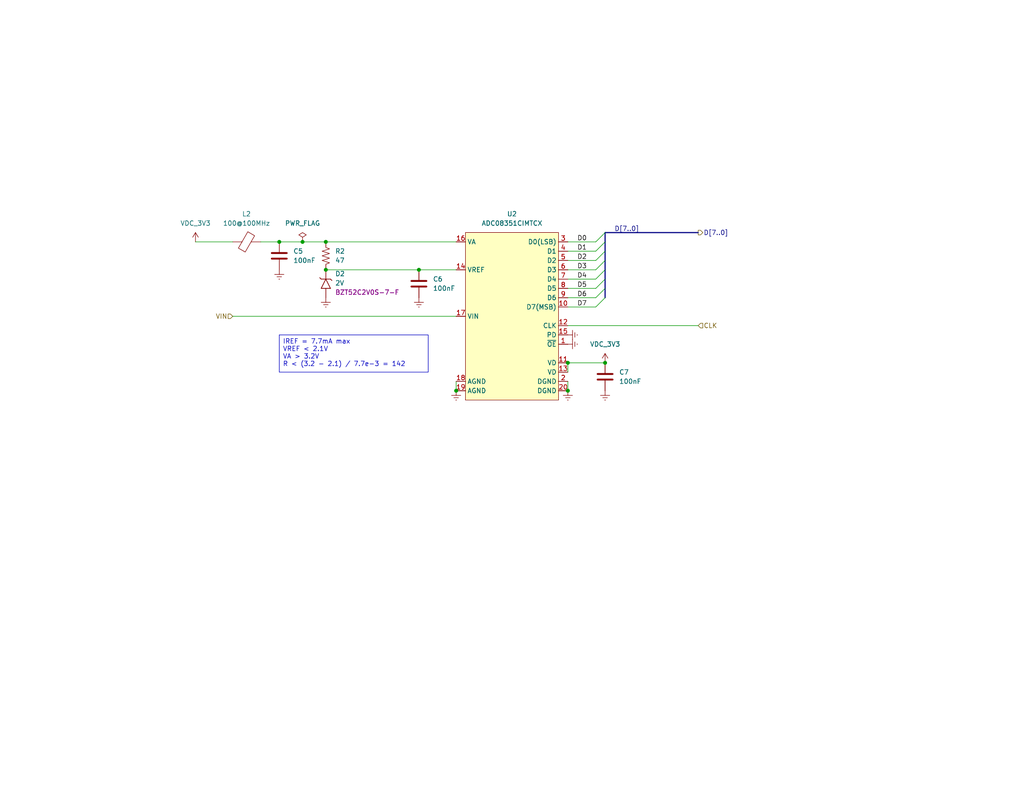
<source format=kicad_sch>
(kicad_sch (version 20231120) (generator "eeschema") (generator_version "8.0")
  (paper "A")
  (title_block (title "${PROJECT_NAME}") (date "2025-04-13") (rev "${PCB_REVISION}") (company "BRENDANHAINES.COM"))
  (lib_symbols
    (symbol "bh:ADC08351CIMTCX" (exclude_from_sim yes)
      (property "Reference" "U" (at 0 0 0))
      (property "Value" "ADC08351CIMTCX" (at 0 0 0))
      (symbol "ADC08351CIMTCX_1_1"
        (rectangle (start 0 0) (end 25.4 -45.72) (fill (type background)))
        (pin input line (at 27.94 -30.48 180) (length 2.54) (name "~{OE}") (number "1"))
        (pin output line (at 27.94 -20.32 180) (length 2.54) (name "D7(MSB)") (number "10"))
        (pin power_in line (at 27.94 -35.56 180) (length 2.54) (name "VD") (number "11"))
        (pin input line (at 27.94 -25.4 180) (length 2.54) (name "CLK") (number "12"))
        (pin power_in line (at 27.94 -38.1 180) (length 2.54) (name "VD") (number "13"))
        (pin input line (at -2.54 -10.16 0) (length 2.54) (name "VREF") (number "14"))
        (pin input line (at 27.94 -27.94 180) (length 2.54) (name "PD") (number "15"))
        (pin power_in line (at -2.54 -2.54 0) (length 2.54) (name "VA") (number "16"))
        (pin input line (at -2.54 -22.86 0) (length 2.54) (name "VIN") (number "17"))
        (pin power_in line (at -2.54 -40.64 0) (length 2.54) (name "AGND") (number "18"))
        (pin power_in line (at -2.54 -43.18 0) (length 2.54) (name "AGND") (number "19"))
        (pin power_in line (at 27.94 -40.64 180) (length 2.54) (name "DGND") (number "2"))
        (pin power_in line (at 27.94 -43.18 180) (length 2.54) (name "DGND") (number "20"))
        (pin output line (at 27.94 -2.54 180) (length 2.54) (name "D0(LSB)") (number "3"))
        (pin output line (at 27.94 -5.08 180) (length 2.54) (name "D1") (number "4"))
        (pin output line (at 27.94 -7.62 180) (length 2.54) (name "D2") (number "5"))
        (pin output line (at 27.94 -10.16 180) (length 2.54) (name "D3") (number "6"))
        (pin output line (at 27.94 -12.7 180) (length 2.54) (name "D4") (number "7"))
        (pin output line (at 27.94 -15.24 180) (length 2.54) (name "D5") (number "8"))
        (pin output line (at 27.94 -17.78 180) (length 2.54) (name "D6") (number "9"))
      )
    )
    (symbol "bh:C" (pin_numbers hide) (pin_names (offset 0.254))
      (property "Reference" "C" (at 0.635 2.54 0))
      (property "Value" "C" (at 0.635 -2.54 0))
      (symbol "C_0_1"
        (polyline (pts (xy -2.032 -0.762) (xy 2.032 -0.762)) (stroke (width 0.508)))
        (polyline (pts (xy -2.032 0.762) (xy 2.032 0.762)) (stroke (width 0.508)))
      )
      (symbol "C_1_1"
        (pin passive line (at 0 3.81 270) (length 2.794) (name "~") (number "1"))
        (pin passive line (at 0 -3.81 90) (length 2.794) (name "~") (number "2"))
      )
    )
    (symbol "bh:D_ZENER" (pin_numbers hide) (pin_names (offset 1.016) hide)
      (property "Reference" "D" (at 0 2.54 0))
      (symbol "D_ZENER_0_1"
        (polyline (pts (xy -1.27 -1.27) (xy -1.651 -1.651)) (stroke (width 0.2032)))
        (polyline (pts (xy -1.27 1.27) (xy -1.27 -1.27)) (stroke (width 0.2032)))
        (polyline (pts (xy -1.27 1.27) (xy -0.889 1.651)) (stroke (width 0.2032)))
        (polyline (pts (xy 1.27 1.27) (xy 1.27 -1.27) (xy -1.27 0) (xy 1.27 1.27)) (stroke (width 0.2032)))
      )
      (symbol "D_ZENER_1_1"
        (pin passive line (at 3.81 0 180) (length 2.54) (name "A") (number "A"))
        (pin passive line (at -3.81 0 0) (length 2.54) (name "K") (number "K"))
      )
    )
    (symbol "bh:Ferrite_Bead" (pin_numbers hide) (pin_names (offset 0))
      (property "Reference" "L" (at -3.81 0.635 90))
      (property "Value" "Ferrite_Bead" (at 3.81 0 90))
      (symbol "Ferrite_Bead_0_1"
        (polyline (pts (xy 0 -1.27) (xy 0 -1.2192)))
        (polyline (pts (xy 0 1.27) (xy 0 1.2954)))
        (polyline (pts (xy -2.7686 0.4064) (xy -1.7018 2.2606) (xy 2.7686 -0.3048) (xy 1.6764 -2.159) (xy -2.7686 0.4064)))
      )
      (symbol "Ferrite_Bead_1_1"
        (pin passive line (at 0 3.81 270) (length 2.54) (name "~") (number "1"))
        (pin passive line (at 0 -3.81 90) (length 2.54) (name "~") (number "2"))
      )
    )
    (symbol "bh:GND" (power) (pin_names (offset 0))
      (symbol "GND_0_1"
        (polyline (pts (xy -0.635 -1.905) (xy 0.635 -1.905)))
        (polyline (pts (xy -0.127 -2.54) (xy 0.127 -2.54)))
        (polyline (pts (xy 0 -1.27) (xy 0 0)))
        (polyline (pts (xy 1.27 -1.27) (xy -1.27 -1.27)))
      )
      (symbol "GND_1_1"
        (pin power_in line (at 0 0 90) (length 0) hide (name "GND") (number "1"))
      )
    )
    (symbol "bh:PWR_FLAG" (power) (pin_numbers hide) (pin_names (offset 0) hide)
      (property "Value" "PWR_FLAG" (at 0 3.81 0))
      (symbol "PWR_FLAG_0_0"
        (pin power_out line (at 0 0 90) (length 0) (name "pwr") (number "1"))
      )
      (symbol "PWR_FLAG_0_1"
        (polyline (pts (xy 0 0) (xy 0 1.27) (xy -1.016 1.905) (xy 0 2.54) (xy 1.016 1.905) (xy 0 1.27)))
      )
    )
    (symbol "bh:R" (pin_numbers hide) (pin_names (offset 0))
      (property "Reference" "R" (at 2.032 0 90))
      (property "Value" "R" (at -1.905 0 90))
      (symbol "R_0_1"
        (polyline (pts (xy 0 -2.54) (xy 0 -2.286) (xy 1.016 -1.905) (xy -1.016 -1.27) (xy 1.016 -0.635) (xy -1.016 0) (xy 1.016 0.635) (xy -1.016 1.27) (xy 1.016 1.905) (xy 0 2.286) (xy 0 2.54)))
      )
      (symbol "R_1_1"
        (pin passive line (at 0 3.81 270) (length 1.27) (name "~") (number "1"))
        (pin passive line (at 0 -3.81 90) (length 1.27) (name "~") (number "2"))
      )
    )
    (symbol "bh:VDC_3V3" (power) (pin_names (offset 0))
      (property "Value" "VDC_3V3" (at 0 3.556 0))
      (symbol "VDC_3V3_0_1"
        (polyline (pts (xy -0.762 1.27) (xy 0 2.54)))
        (polyline (pts (xy 0 0) (xy 0 2.54)))
        (polyline (pts (xy 0 2.54) (xy 0.762 1.27)))
      )
      (symbol "VDC_3V3_1_1"
        (pin power_in line (at 0 0 90) (length 0) hide (name "VDC_3V3") (number "1"))
      )
    )
  )
  (junction (at 88.9 73.66))
  (junction (at 88.9 66.04))
  (junction (at 82.55 66.04))
  (junction (at 154.94 106.68))
  (junction (at 165.1 99.06))
  (junction (at 124.46 106.68))
  (junction (at 114.3 73.66))
  (junction (at 76.2 66.04))
  (junction (at 154.94 99.06))
  (bus_entry (at 162.56 76.2) (size 2.54 -2.54))
  (bus_entry (at 162.56 78.74) (size 2.54 -2.54))
  (bus_entry (at 162.56 81.28) (size 2.54 -2.54))
  (bus_entry (at 162.56 71.12) (size 2.54 -2.54))
  (bus_entry (at 162.56 83.82) (size 2.54 -2.54))
  (bus_entry (at 162.56 68.58) (size 2.54 -2.54))
  (bus_entry (at 162.56 73.66) (size 2.54 -2.54))
  (bus_entry (at 162.56 66.04) (size 2.54 -2.54))
  (wire (pts (xy 154.94 66.04) (xy 162.56 66.04)))
  (wire (pts (xy 88.9 66.04) (xy 124.46 66.04)))
  (wire (pts (xy 88.9 73.66) (xy 114.3 73.66)))
  (wire (pts (xy 154.94 68.58) (xy 162.56 68.58)))
  (wire (pts (xy 71.12 66.04) (xy 76.2 66.04)))
  (wire (pts (xy 63.5 86.36) (xy 124.46 86.36)))
  (wire (pts (xy 154.94 78.74) (xy 162.56 78.74)))
  (wire (pts (xy 53.34 66.04) (xy 63.5 66.04)))
  (wire (pts (xy 154.94 83.82) (xy 162.56 83.82)))
  (bus (pts (xy 165.1 73.66) (xy 165.1 71.12)))
  (wire (pts (xy 82.55 66.04) (xy 88.9 66.04)))
  (bus (pts (xy 165.1 76.2) (xy 165.1 73.66)))
  (wire (pts (xy 154.94 104.14) (xy 154.94 106.68)))
  (bus (pts (xy 165.1 63.5) (xy 190.5 63.5)))
  (wire (pts (xy 76.2 66.04) (xy 82.55 66.04)))
  (wire (pts (xy 154.94 99.06) (xy 165.1 99.06)))
  (wire (pts (xy 154.94 76.2) (xy 162.56 76.2)))
  (bus (pts (xy 165.1 68.58) (xy 165.1 66.04)))
  (wire (pts (xy 154.94 88.9) (xy 190.5 88.9)))
  (wire (pts (xy 154.94 73.66) (xy 162.56 73.66)))
  (wire (pts (xy 124.46 104.14) (xy 124.46 106.68)))
  (bus (pts (xy 165.1 81.28) (xy 165.1 78.74)))
  (wire (pts (xy 154.94 71.12) (xy 162.56 71.12)))
  (bus (pts (xy 165.1 71.12) (xy 165.1 68.58)))
  (bus (pts (xy 165.1 66.04) (xy 165.1 63.5)))
  (bus (pts (xy 165.1 78.74) (xy 165.1 76.2)))
  (wire (pts (xy 114.3 73.66) (xy 124.46 73.66)))
  (wire (pts (xy 154.94 81.28) (xy 162.56 81.28)))
  (wire (pts (xy 154.94 99.06) (xy 154.94 101.6)))
  (text_box "IREF = 7.7mA max\nVREF < 2.1V\nVA > 3.2V\nR < (3.2 - 2.1) / 7.7e-3 = 142" (at 76.2 91.44 0) (size 40.64 10.16) (effects (font (size 1.27 1.27)) (justify left top)))
  (label "D7" (at 157.48 83.82 0))
  (label "D0" (at 157.48 66.04 0))
  (label "D2" (at 157.48 71.12 0))
  (label "D1" (at 157.48 68.58 0))
  (label "D4" (at 157.48 76.2 0))
  (label "D[7..0]" (at 167.64 63.5 0))
  (label "D5" (at 157.48 78.74 0))
  (label "D3" (at 157.48 73.66 0))
  (label "D6" (at 157.48 81.28 0))
  (hierarchical_label "VIN" (shape input) (at 63.5 86.36 180))
  (hierarchical_label "D[7..0]" (shape output) (at 190.5 63.5 0))
  (hierarchical_label "CLK" (shape input) (at 190.5 88.9 0))
  (symbol (lib_id "bh:GND") (at 165.1 106.68 0) (unit 1)
    (property "Reference" "#PWR028" (effects (hide yes)))
    (property "Value" "GND" (effects (hide yes)))
    (property "Description" "Power Symbol" (effects (hide yes)))
    (instances (project "pluto_shield" (path "" (reference "#PWR028") (unit 1)) (path "" (reference "#PWR011") (unit 1))))
  )
  (symbol (lib_id "bh:ADC08351CIMTCX") (at 127 63.5 0) (unit 1) (exclude_from_sim yes)
    (property "Reference" "U2" (at 139.7 58.42 0))
    (property "Value" "ADC08351CIMTCX" (at 139.7 60.96 0))
    (property "Footprint" "common:SOP20_TI_PW0020A" (effects (hide yes)))
    (property "Datasheet" "https://www.ti.com/lit/ds/symlink/adc08351.pdf" (effects (hide yes)))
    (property "Description" "ADC, 8bit, parallel, 20TSSOP" (effects (hide yes)))
    (property "Manufacturer" "Texas Instruments" (effects (hide yes)))
    (property "ManufacturerPartNumber" "ADC08351CIMTCX/NOPB" (effects (hide yes)))
    (instances (project "pluto_shield" (path "" (reference "U2") (unit 1)) (path "" (reference "U1") (unit 1))))
  )
  (symbol (lib_id "bh:VDC_3V3") (at 53.34 66.04 0) (unit 1)
    (property "Reference" "#PWR020" (effects (hide yes)))
    (property "Value" "VDC_3V3" (at 53.34 60.96 0))
    (property "Description" "Power Symbol" (effects (hide yes)))
    (instances (project "pluto_shield" (path "" (reference "#PWR020") (unit 1)) (path "" (reference "#PWR019") (unit 1))))
  )
  (symbol (lib_id "bh:GND") (at 154.94 93.98 90) (unit 1)
    (property "Reference" "#PWR026" (effects (hide yes)))
    (property "Value" "GND" (effects (hide yes)))
    (property "Description" "Power Symbol" (effects (hide yes)))
    (instances (project "pluto_shield" (path "" (reference "#PWR026") (unit 1)) (path "" (reference "#PWR014") (unit 1))))
  )
  (symbol (lib_id "bh:VDC_3V3") (at 165.1 99.06 0) (unit 1)
    (property "Reference" "#PWR029" (effects (hide yes)))
    (property "Value" "VDC_3V3" (at 165.1 93.98 0))
    (property "Description" "Power Symbol" (effects (hide yes)))
    (instances (project "pluto_shield" (path "" (reference "#PWR029") (unit 1)) (path "" (reference "#PWR013") (unit 1))))
  )
  (symbol (lib_id "bh:Ferrite_Bead") (at 67.31 66.04 90) (unit 1)
    (property "Reference" "L2" (at 67.2592 58.42 90))
    (property "Value" "100@100MHz" (at 67.2592 60.96 90))
    (property "Footprint" "common:R0402" (effects (hide yes)))
    (property "Description" "Ferrite" (effects (hide yes)))
    (property "Manufacturer" "TE Connectivity" (effects (hide yes)))
    (property "ManufacturerPartNumber" "BMC-Q1EY0100M" (effects (hide yes)))
    (instances (project "pluto_shield" (path "" (reference "L2") (unit 1)) (path "" (reference "L1") (unit 1))))
  )
  (symbol (lib_id "bh:GND") (at 114.3 81.28 0) (unit 1)
    (property "Reference" "#PWR023" (effects (hide yes)))
    (property "Value" "GND" (effects (hide yes)))
    (property "Description" "Power Symbol" (effects (hide yes)))
    (instances (project "pluto_shield" (path "" (reference "#PWR023") (unit 1)) (path "" (reference "#PWR018") (unit 1))))
  )
  (symbol (lib_id "bh:R") (at 88.9 69.85 0) (unit 1)
    (property "Reference" "R2" (at 91.44 68.5799 0) (effects (justify left)))
    (property "Value" "47" (at 91.44 71.1199 0) (effects (justify left)))
    (property "Footprint" "common:R0402" (effects (hide yes)))
    (property "Description" "Resistor" (effects (hide yes)))
    (property "Manufacturer" "Vishay Dale" (effects (hide yes)))
    (property "ManufacturerPartNumber" "CRCW040247R0FKED" (effects (hide yes)))
    (property "FieldName" "Value" (effects (hide yes)))
    (property "Sim.Device" "R" (effects (hide yes)))
    (property "Sim.Pins" "1=+ 2=-" (effects (hide yes)))
    (instances (project "pluto_shield" (path "" (reference "R2") (unit 1)) (path "" (reference "R1") (unit 1))))
  )
  (symbol (lib_id "bh:C") (at 76.2 69.85 0) (unit 1)
    (property "Reference" "C5" (at 80.01 68.5799 0) (effects (justify left)))
    (property "Value" "100nF" (at 80.01 71.1199 0) (effects (justify left)))
    (property "Footprint" "common:C0402" (effects (hide yes)))
    (property "Description" "Capacitor" (effects (hide yes)))
    (property "FieldName" "Value" (effects (hide yes)))
    (property "Sim.Device" "C" (effects (hide yes)))
    (property "Sim.Pins" "1=+ 2=-" (effects (hide yes)))
    (instances (project "pluto_shield" (path "" (reference "C5") (unit 1)) (path "" (reference "C3") (unit 1))))
  )
  (symbol (lib_id "bh:GND") (at 76.2 73.66 0) (unit 1)
    (property "Reference" "#PWR021" (effects (hide yes)))
    (property "Value" "GND" (effects (hide yes)))
    (property "Description" "Power Symbol" (effects (hide yes)))
    (instances (project "pluto_shield" (path "" (reference "#PWR021") (unit 1)) (path "" (reference "#PWR016") (unit 1))))
  )
  (symbol (lib_id "bh:GND") (at 88.9 81.28 0) (unit 1)
    (property "Reference" "#PWR022" (effects (hide yes)))
    (property "Value" "GND" (effects (hide yes)))
    (property "Description" "Power Symbol" (effects (hide yes)))
    (instances (project "pluto_shield" (path "" (reference "#PWR022") (unit 1)) (path "" (reference "#PWR017") (unit 1))))
  )
  (symbol (lib_id "bh:GND") (at 124.46 106.68 0) (unit 1)
    (property "Reference" "#PWR024" (effects (hide yes)))
    (property "Value" "GND" (effects (hide yes)))
    (property "Description" "Power Symbol" (effects (hide yes)))
    (instances (project "pluto_shield" (path "" (reference "#PWR024") (unit 1)) (path "" (reference "#PWR09") (unit 1))))
  )
  (symbol (lib_id "bh:GND") (at 154.94 106.68 0) (unit 1)
    (property "Reference" "#PWR027" (effects (hide yes)))
    (property "Value" "GND" (effects (hide yes)))
    (property "Description" "Power Symbol" (effects (hide yes)))
    (instances (project "pluto_shield" (path "" (reference "#PWR027") (unit 1)) (path "" (reference "#PWR010") (unit 1))))
  )
  (symbol (lib_id "bh:C") (at 165.1 102.87 0) (unit 1)
    (property "Reference" "C7" (at 168.91 101.5999 0) (effects (justify left)))
    (property "Value" "100nF" (at 168.91 104.1399 0) (effects (justify left)))
    (property "Footprint" "common:C0402" (effects (hide yes)))
    (property "Description" "Capacitor" (effects (hide yes)))
    (property "FieldName" "Value" (effects (hide yes)))
    (property "Sim.Device" "C" (effects (hide yes)))
    (property "Sim.Pins" "1=+ 2=-" (effects (hide yes)))
    (instances (project "pluto_shield" (path "" (reference "C7") (unit 1)) (path "" (reference "C1") (unit 1))))
  )
  (symbol (lib_id "bh:GND") (at 154.94 91.44 90) (unit 1)
    (property "Reference" "#PWR025" (effects (hide yes)))
    (property "Value" "GND" (effects (hide yes)))
    (property "Description" "Power Symbol" (effects (hide yes)))
    (instances (project "pluto_shield" (path "" (reference "#PWR025") (unit 1)) (path "" (reference "#PWR015") (unit 1))))
  )
  (symbol (lib_id "bh:C") (at 114.3 77.47 0) (unit 1)
    (property "Reference" "C6" (at 118.11 76.1999 0) (effects (justify left)))
    (property "Value" "100nF" (at 118.11 78.7399 0) (effects (justify left)))
    (property "Footprint" "common:C0402" (effects (hide yes)))
    (property "Description" "Capacitor" (effects (hide yes)))
    (property "FieldName" "Value" (effects (hide yes)))
    (property "Sim.Device" "C" (effects (hide yes)))
    (property "Sim.Pins" "1=+ 2=-" (effects (hide yes)))
    (instances (project "pluto_shield" (path "" (reference "C6") (unit 1)) (path "" (reference "C4") (unit 1))))
  )
  (symbol (lib_id "bh:D_ZENER") (at 88.9 77.47 270) (unit 1)
    (property "Reference" "D2" (at 91.44 74.7394 90) (effects (justify left)))
    (property "Value" "2V" (at 91.44 77.2794 90) (effects (justify left)))
    (property "Footprint" "common:SOD-323" (effects (hide yes)))
    (property "Description" "Diode, Zener" (effects (hide yes)))
    (property "Manufacturer" "Diodes Incorporated" (effects (hide yes)))
    (property "ManufacturerPartNumber" "BZT52C2V0S-7-F" (at 91.44 79.8194 90) (effects (justify left)))
    (instances (project "pluto_shield" (path "" (reference "D2") (unit 1)) (path "" (reference "D1") (unit 1))))
  )
  (symbol (lib_id "bh:PWR_FLAG") (at 82.55 66.04 0) (unit 1)
    (property "Reference" "#FLG05" (effects (hide yes)))
    (property "Value" "PWR_FLAG" (at 82.55 60.96 0))
    (property "Description" "Special symbol for telling ERC where power comes from" (effects (hide yes)))
    (instances (project "" (path "" (reference "#FLG05") (unit 1)) (path "" (reference "#FLG04") (unit 1))))
  )
)
</source>
